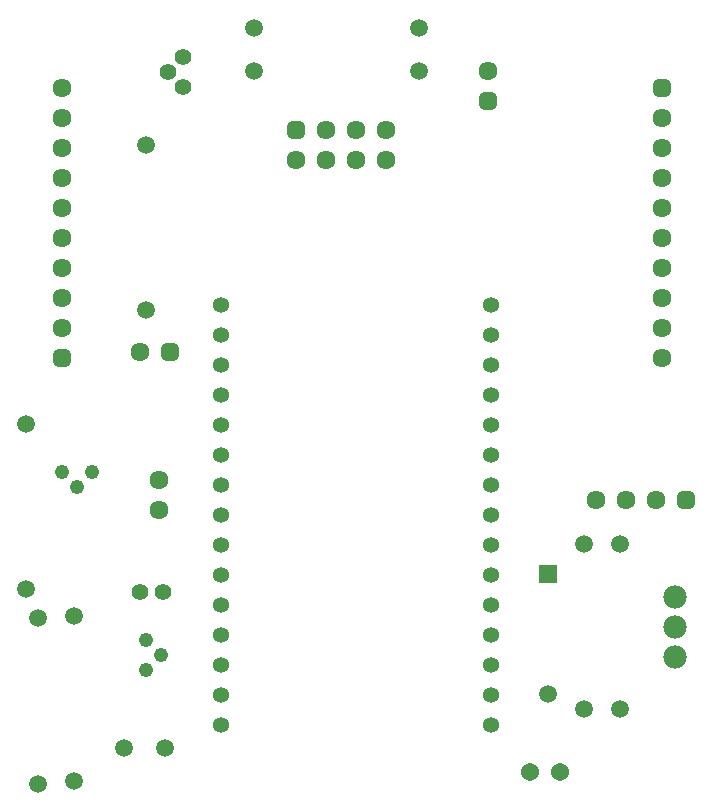
<source format=gbr>
G04 Generated by Ultiboard 14.0 *
%FSLAX34Y34*%
%MOMM*%

%ADD10C,0.0001*%
%ADD11C,1.3556*%
%ADD12C,1.6088*%
%ADD13R,0.5291X0.5291*%
%ADD14C,0.9949*%
%ADD15C,1.3970*%
%ADD16C,1.5000*%
%ADD17C,1.2446*%
%ADD18C,1.4000*%
%ADD19C,1.9898*%
%ADD20C,1.5366*%
%ADD21R,1.5000X1.5000*%


G04 ColorRGB 9900CC for the following layer *
%LNSolder Mask Bottom*%
%LPD*%
G54D10*
G54D11*
X185420Y430784D03*
X185420Y405384D03*
X185420Y379984D03*
X185420Y354584D03*
X185420Y329184D03*
X185420Y303784D03*
X185420Y278384D03*
X185420Y252984D03*
X185420Y227584D03*
X185420Y202184D03*
X185420Y176784D03*
X185420Y151384D03*
X185420Y125984D03*
X185420Y100584D03*
X185420Y75184D03*
X414020Y430784D03*
X414020Y405384D03*
X414020Y379984D03*
X414020Y354584D03*
X414020Y329184D03*
X414020Y303784D03*
X414020Y278384D03*
X414020Y252984D03*
X414020Y227584D03*
X414020Y202184D03*
X414020Y176784D03*
X414020Y151384D03*
X414020Y125984D03*
X414020Y100584D03*
X414020Y75184D03*
G54D12*
X50800Y462280D03*
X50800Y436880D03*
X50800Y411480D03*
X50800Y513080D03*
X50800Y487680D03*
X50800Y538480D03*
X50800Y589280D03*
X50800Y563880D03*
X50800Y614680D03*
X558800Y538480D03*
X558800Y563880D03*
X558800Y589280D03*
X558800Y487680D03*
X558800Y513080D03*
X558800Y462280D03*
X558800Y411480D03*
X558800Y436880D03*
X558800Y386080D03*
X299720Y579120D03*
X299720Y553720D03*
X274320Y579120D03*
X274320Y553720D03*
X248920Y553720D03*
X325120Y579120D03*
X325120Y553720D03*
X411480Y628904D03*
X528320Y265684D03*
X553720Y265684D03*
X502920Y265684D03*
X133202Y257281D03*
X133202Y282681D03*
X116840Y391160D03*
G54D13*
X50800Y386080D03*
X558800Y614680D03*
X248920Y579120D03*
X411480Y603504D03*
X579120Y265684D03*
X142240Y391160D03*
G54D14*
X48155Y383435D02*
X53445Y383435D01*
X53445Y388725D01*
X48155Y388725D01*
X48155Y383435D01*D02*
X556155Y612035D02*
X561445Y612035D01*
X561445Y617325D01*
X556155Y617325D01*
X556155Y612035D01*D02*
X246275Y576475D02*
X251565Y576475D01*
X251565Y581765D01*
X246275Y581765D01*
X246275Y576475D01*D02*
X408835Y600859D02*
X414125Y600859D01*
X414125Y606149D01*
X408835Y606149D01*
X408835Y600859D01*D02*
X576475Y263039D02*
X581765Y263039D01*
X581765Y268329D01*
X576475Y268329D01*
X576475Y263039D01*D02*
X139595Y388515D02*
X144885Y388515D01*
X144885Y393805D01*
X139595Y393805D01*
X139595Y388515D01*D02*
G54D15*
X153670Y615950D03*
X153670Y641350D03*
X140970Y628650D03*
G54D16*
X121920Y566720D03*
X121920Y426720D03*
X20320Y330574D03*
X20320Y190574D03*
X30748Y165682D03*
X30748Y25682D03*
X60960Y27640D03*
X60960Y167640D03*
X353453Y665926D03*
X213453Y665926D03*
X353453Y629426D03*
X213453Y629426D03*
X523540Y228600D03*
X523540Y88600D03*
X493060Y228600D03*
X493060Y88600D03*
X103555Y55880D03*
X138555Y55880D03*
X462280Y101600D03*
G54D17*
X76200Y289560D03*
X50800Y289560D03*
X63500Y276860D03*
X121920Y147320D03*
X121920Y121920D03*
X134620Y134620D03*
G54D18*
X136840Y187960D03*
X116840Y187960D03*
G54D19*
X569595Y158115D03*
X569595Y132715D03*
X569595Y183515D03*
G54D20*
X472440Y35560D03*
X447040Y35560D03*
G54D21*
X462280Y203200D03*

M02*

</source>
